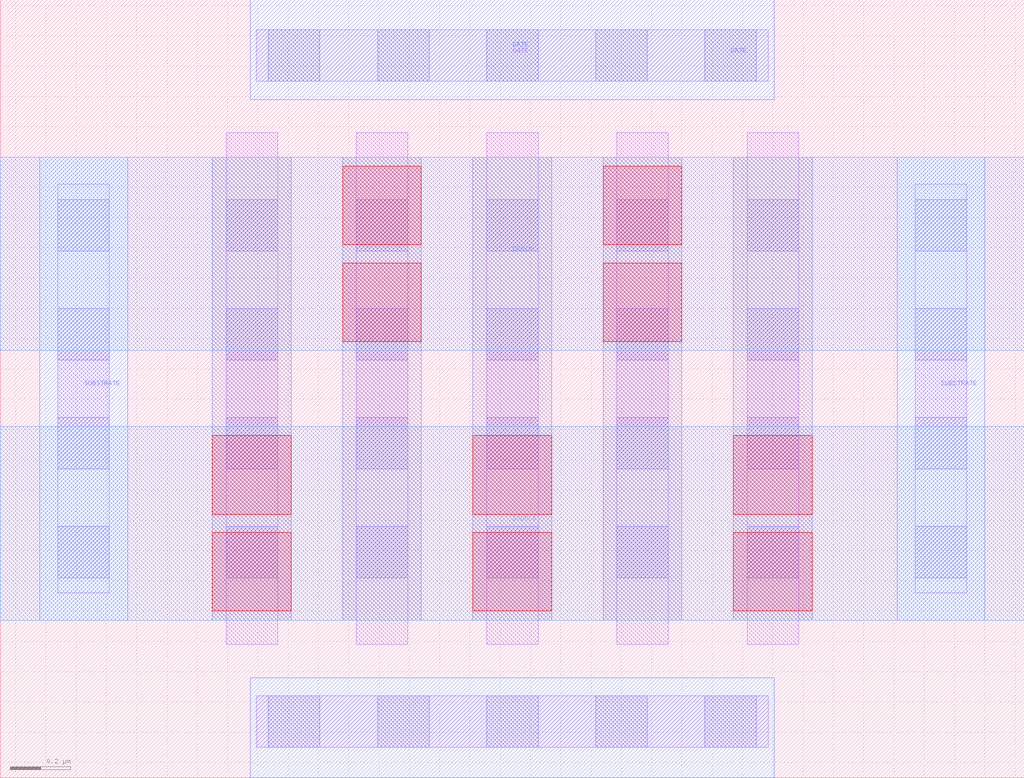
<source format=lef>
# Copyright 2020 The SkyWater PDK Authors
#
# Licensed under the Apache License, Version 2.0 (the "License");
# you may not use this file except in compliance with the License.
# You may obtain a copy of the License at
#
#     https://www.apache.org/licenses/LICENSE-2.0
#
# Unless required by applicable law or agreed to in writing, software
# distributed under the License is distributed on an "AS IS" BASIS,
# WITHOUT WARRANTIES OR CONDITIONS OF ANY KIND, either express or implied.
# See the License for the specific language governing permissions and
# limitations under the License.
#
# SPDX-License-Identifier: Apache-2.0

VERSION 5.7 ;
  NOWIREEXTENSIONATPIN ON ;
  DIVIDERCHAR "/" ;
  BUSBITCHARS "[]" ;
MACRO sky130_fd_pr__rf_nfet_01v8_aM04W1p65L0p15
  CLASS BLOCK ;
  FOREIGN sky130_fd_pr__rf_nfet_01v8_aM04W1p65L0p15 ;
  ORIGIN -0.050000 -0.050000 ;
  SIZE  3.380000 BY  2.570000 ;
  PIN DRAIN
    ANTENNADIFFAREA  0.924000 ;
    PORT
      LAYER met2 ;
        RECT 0.050000 1.460000 3.430000 2.100000 ;
    END
  END DRAIN
  PIN GATE
    ANTENNAGATEAREA  0.990000 ;
    PORT
      LAYER li1 ;
        RECT 0.895000 0.150000 2.585000 0.320000 ;
        RECT 0.895000 2.350000 2.585000 2.520000 ;
      LAYER mcon ;
        RECT 0.935000 0.150000 1.105000 0.320000 ;
        RECT 0.935000 2.350000 1.105000 2.520000 ;
        RECT 1.295000 0.150000 1.465000 0.320000 ;
        RECT 1.295000 2.350000 1.465000 2.520000 ;
        RECT 1.655000 0.150000 1.825000 0.320000 ;
        RECT 1.655000 2.350000 1.825000 2.520000 ;
        RECT 2.015000 0.150000 2.185000 0.320000 ;
        RECT 2.015000 2.350000 2.185000 2.520000 ;
        RECT 2.375000 0.150000 2.545000 0.320000 ;
        RECT 2.375000 2.350000 2.545000 2.520000 ;
    END
    PORT
      LAYER met1 ;
        RECT 0.875000 0.050000 2.605000 0.380000 ;
        RECT 0.875000 2.290000 2.605000 2.620000 ;
    END
  END GATE
  PIN SOURCE
    ANTENNADIFFAREA  1.386000 ;
    PORT
      LAYER met2 ;
        RECT 0.050000 0.570000 3.430000 1.210000 ;
    END
  END SOURCE
  PIN SUBSTRATE
    ANTENNADIFFAREA  0.478500 ;
    PORT
      LAYER met1 ;
        RECT 0.180000 0.570000 0.470000 2.100000 ;
    END
    PORT
      LAYER met1 ;
        RECT 3.010000 0.570000 3.300000 2.100000 ;
    END
  END SUBSTRATE
  OBS
    LAYER li1 ;
      RECT 0.240000 0.660000 0.410000 2.010000 ;
      RECT 0.795000 0.490000 0.965000 2.180000 ;
      RECT 1.225000 0.490000 1.395000 2.180000 ;
      RECT 1.655000 0.490000 1.825000 2.180000 ;
      RECT 2.085000 0.490000 2.255000 2.180000 ;
      RECT 2.515000 0.490000 2.685000 2.180000 ;
      RECT 3.070000 0.660000 3.240000 2.010000 ;
    LAYER mcon ;
      RECT 0.240000 0.710000 0.410000 0.880000 ;
      RECT 0.240000 1.070000 0.410000 1.240000 ;
      RECT 0.240000 1.430000 0.410000 1.600000 ;
      RECT 0.240000 1.790000 0.410000 1.960000 ;
      RECT 0.795000 0.710000 0.965000 0.880000 ;
      RECT 0.795000 1.070000 0.965000 1.240000 ;
      RECT 0.795000 1.430000 0.965000 1.600000 ;
      RECT 0.795000 1.790000 0.965000 1.960000 ;
      RECT 1.225000 0.710000 1.395000 0.880000 ;
      RECT 1.225000 1.070000 1.395000 1.240000 ;
      RECT 1.225000 1.430000 1.395000 1.600000 ;
      RECT 1.225000 1.790000 1.395000 1.960000 ;
      RECT 1.655000 0.710000 1.825000 0.880000 ;
      RECT 1.655000 1.070000 1.825000 1.240000 ;
      RECT 1.655000 1.430000 1.825000 1.600000 ;
      RECT 1.655000 1.790000 1.825000 1.960000 ;
      RECT 2.085000 0.710000 2.255000 0.880000 ;
      RECT 2.085000 1.070000 2.255000 1.240000 ;
      RECT 2.085000 1.430000 2.255000 1.600000 ;
      RECT 2.085000 1.790000 2.255000 1.960000 ;
      RECT 2.515000 0.710000 2.685000 0.880000 ;
      RECT 2.515000 1.070000 2.685000 1.240000 ;
      RECT 2.515000 1.430000 2.685000 1.600000 ;
      RECT 2.515000 1.790000 2.685000 1.960000 ;
      RECT 3.070000 0.710000 3.240000 0.880000 ;
      RECT 3.070000 1.070000 3.240000 1.240000 ;
      RECT 3.070000 1.430000 3.240000 1.600000 ;
      RECT 3.070000 1.790000 3.240000 1.960000 ;
    LAYER met1 ;
      RECT 0.750000 0.570000 1.010000 2.100000 ;
      RECT 1.180000 0.570000 1.440000 2.100000 ;
      RECT 1.610000 0.570000 1.870000 2.100000 ;
      RECT 2.040000 0.570000 2.300000 2.100000 ;
      RECT 2.470000 0.570000 2.730000 2.100000 ;
    LAYER via ;
      RECT 0.750000 0.600000 1.010000 0.860000 ;
      RECT 0.750000 0.920000 1.010000 1.180000 ;
      RECT 1.180000 1.490000 1.440000 1.750000 ;
      RECT 1.180000 1.810000 1.440000 2.070000 ;
      RECT 1.610000 0.600000 1.870000 0.860000 ;
      RECT 1.610000 0.920000 1.870000 1.180000 ;
      RECT 2.040000 1.490000 2.300000 1.750000 ;
      RECT 2.040000 1.810000 2.300000 2.070000 ;
      RECT 2.470000 0.600000 2.730000 0.860000 ;
      RECT 2.470000 0.920000 2.730000 1.180000 ;
  END
END sky130_fd_pr__rf_nfet_01v8_aM04W1p65L0p15
END LIBRARY

</source>
